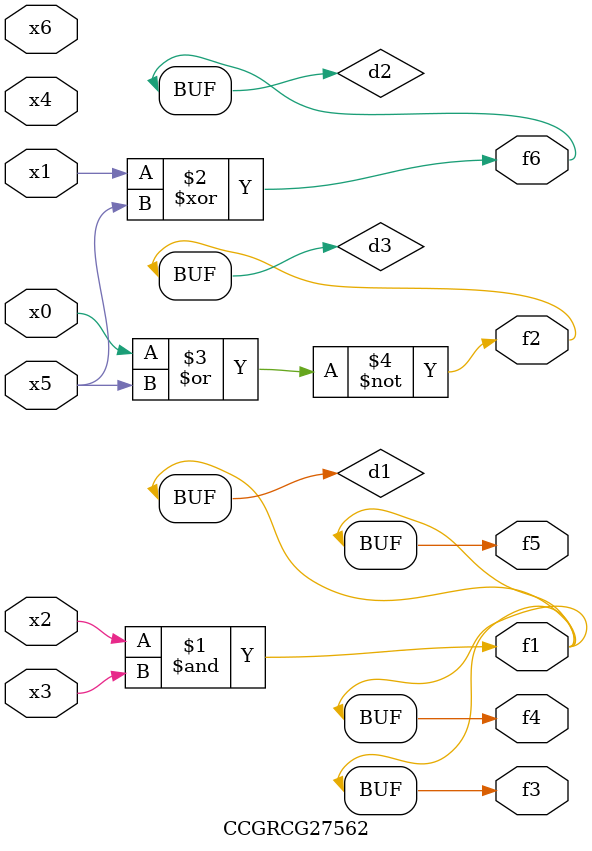
<source format=v>
module CCGRCG27562(
	input x0, x1, x2, x3, x4, x5, x6,
	output f1, f2, f3, f4, f5, f6
);

	wire d1, d2, d3;

	and (d1, x2, x3);
	xor (d2, x1, x5);
	nor (d3, x0, x5);
	assign f1 = d1;
	assign f2 = d3;
	assign f3 = d1;
	assign f4 = d1;
	assign f5 = d1;
	assign f6 = d2;
endmodule

</source>
